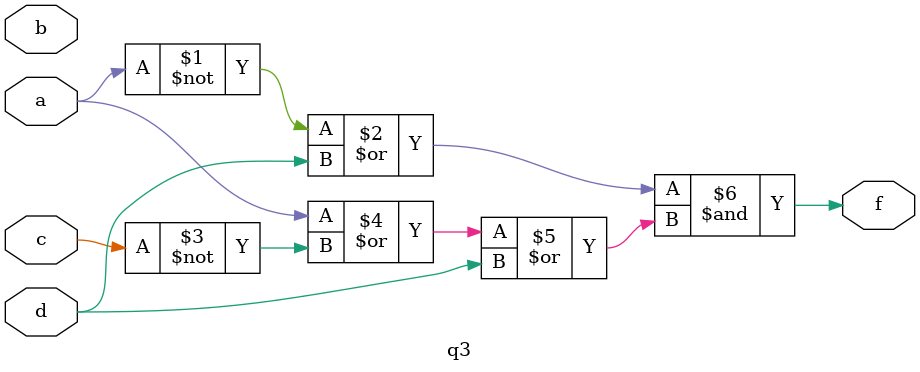
<source format=v>
module q3(a, b, c, d, f);
    input a, b, c, d;
    output f;
    assign f = (~(a)|d)&(a|(~c)|d);
    
endmodule

</source>
